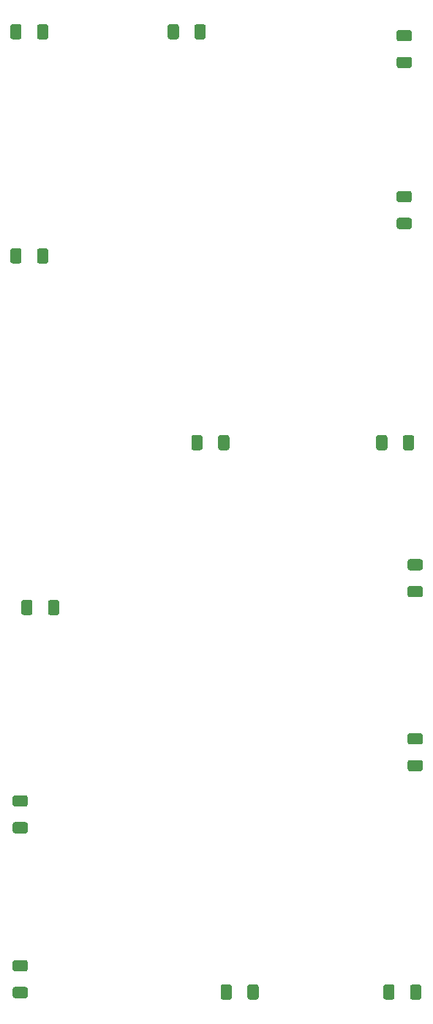
<source format=gbr>
%TF.GenerationSoftware,KiCad,Pcbnew,5.1.7-a382d34a8~87~ubuntu20.04.1*%
%TF.CreationDate,2020-10-21T09:53:45+02:00*%
%TF.ProjectId,7segment_part,37736567-6d65-46e7-945f-706172742e6b,rev?*%
%TF.SameCoordinates,Original*%
%TF.FileFunction,Paste,Top*%
%TF.FilePolarity,Positive*%
%FSLAX46Y46*%
G04 Gerber Fmt 4.6, Leading zero omitted, Abs format (unit mm)*
G04 Created by KiCad (PCBNEW 5.1.7-a382d34a8~87~ubuntu20.04.1) date 2020-10-21 09:53:45*
%MOMM*%
%LPD*%
G01*
G04 APERTURE LIST*
G04 APERTURE END LIST*
%TO.C,Rg2*%
G36*
G01*
X95875000Y-146202500D02*
X94625000Y-146202500D01*
G75*
G02*
X94375000Y-145952500I0J250000D01*
G01*
X94375000Y-145152500D01*
G75*
G02*
X94625000Y-144902500I250000J0D01*
G01*
X95875000Y-144902500D01*
G75*
G02*
X96125000Y-145152500I0J-250000D01*
G01*
X96125000Y-145952500D01*
G75*
G02*
X95875000Y-146202500I-250000J0D01*
G01*
G37*
G36*
G01*
X95875000Y-149302500D02*
X94625000Y-149302500D01*
G75*
G02*
X94375000Y-149052500I0J250000D01*
G01*
X94375000Y-148252500D01*
G75*
G02*
X94625000Y-148002500I250000J0D01*
G01*
X95875000Y-148002500D01*
G75*
G02*
X96125000Y-148252500I0J-250000D01*
G01*
X96125000Y-149052500D01*
G75*
G02*
X95875000Y-149302500I-250000J0D01*
G01*
G37*
%TD*%
%TO.C,Rg1*%
G36*
G01*
X121550000Y-149215000D02*
X121550000Y-147965000D01*
G75*
G02*
X121800000Y-147715000I250000J0D01*
G01*
X122600000Y-147715000D01*
G75*
G02*
X122850000Y-147965000I0J-250000D01*
G01*
X122850000Y-149215000D01*
G75*
G02*
X122600000Y-149465000I-250000J0D01*
G01*
X121800000Y-149465000D01*
G75*
G02*
X121550000Y-149215000I0J250000D01*
G01*
G37*
G36*
G01*
X118450000Y-149215000D02*
X118450000Y-147965000D01*
G75*
G02*
X118700000Y-147715000I250000J0D01*
G01*
X119500000Y-147715000D01*
G75*
G02*
X119750000Y-147965000I0J-250000D01*
G01*
X119750000Y-149215000D01*
G75*
G02*
X119500000Y-149465000I-250000J0D01*
G01*
X118700000Y-149465000D01*
G75*
G02*
X118450000Y-149215000I0J250000D01*
G01*
G37*
%TD*%
%TO.C,Rf2*%
G36*
G01*
X138582500Y-147965000D02*
X138582500Y-149215000D01*
G75*
G02*
X138332500Y-149465000I-250000J0D01*
G01*
X137532500Y-149465000D01*
G75*
G02*
X137282500Y-149215000I0J250000D01*
G01*
X137282500Y-147965000D01*
G75*
G02*
X137532500Y-147715000I250000J0D01*
G01*
X138332500Y-147715000D01*
G75*
G02*
X138582500Y-147965000I0J-250000D01*
G01*
G37*
G36*
G01*
X141682500Y-147965000D02*
X141682500Y-149215000D01*
G75*
G02*
X141432500Y-149465000I-250000J0D01*
G01*
X140632500Y-149465000D01*
G75*
G02*
X140382500Y-149215000I0J250000D01*
G01*
X140382500Y-147965000D01*
G75*
G02*
X140632500Y-147715000I250000J0D01*
G01*
X141432500Y-147715000D01*
G75*
G02*
X141682500Y-147965000I0J-250000D01*
G01*
G37*
%TD*%
%TO.C,Rf1*%
G36*
G01*
X141595000Y-119967500D02*
X140345000Y-119967500D01*
G75*
G02*
X140095000Y-119717500I0J250000D01*
G01*
X140095000Y-118917500D01*
G75*
G02*
X140345000Y-118667500I250000J0D01*
G01*
X141595000Y-118667500D01*
G75*
G02*
X141845000Y-118917500I0J-250000D01*
G01*
X141845000Y-119717500D01*
G75*
G02*
X141595000Y-119967500I-250000J0D01*
G01*
G37*
G36*
G01*
X141595000Y-123067500D02*
X140345000Y-123067500D01*
G75*
G02*
X140095000Y-122817500I0J250000D01*
G01*
X140095000Y-122017500D01*
G75*
G02*
X140345000Y-121767500I250000J0D01*
G01*
X141595000Y-121767500D01*
G75*
G02*
X141845000Y-122017500I0J-250000D01*
G01*
X141845000Y-122817500D01*
G75*
G02*
X141595000Y-123067500I-250000J0D01*
G01*
G37*
%TD*%
%TO.C,Re2*%
G36*
G01*
X98472500Y-104765000D02*
X98472500Y-103515000D01*
G75*
G02*
X98722500Y-103265000I250000J0D01*
G01*
X99522500Y-103265000D01*
G75*
G02*
X99772500Y-103515000I0J-250000D01*
G01*
X99772500Y-104765000D01*
G75*
G02*
X99522500Y-105015000I-250000J0D01*
G01*
X98722500Y-105015000D01*
G75*
G02*
X98472500Y-104765000I0J250000D01*
G01*
G37*
G36*
G01*
X95372500Y-104765000D02*
X95372500Y-103515000D01*
G75*
G02*
X95622500Y-103265000I250000J0D01*
G01*
X96422500Y-103265000D01*
G75*
G02*
X96672500Y-103515000I0J-250000D01*
G01*
X96672500Y-104765000D01*
G75*
G02*
X96422500Y-105015000I-250000J0D01*
G01*
X95622500Y-105015000D01*
G75*
G02*
X95372500Y-104765000I0J250000D01*
G01*
G37*
%TD*%
%TO.C,Re1*%
G36*
G01*
X94625000Y-128952500D02*
X95875000Y-128952500D01*
G75*
G02*
X96125000Y-129202500I0J-250000D01*
G01*
X96125000Y-130002500D01*
G75*
G02*
X95875000Y-130252500I-250000J0D01*
G01*
X94625000Y-130252500D01*
G75*
G02*
X94375000Y-130002500I0J250000D01*
G01*
X94375000Y-129202500D01*
G75*
G02*
X94625000Y-128952500I250000J0D01*
G01*
G37*
G36*
G01*
X94625000Y-125852500D02*
X95875000Y-125852500D01*
G75*
G02*
X96125000Y-126102500I0J-250000D01*
G01*
X96125000Y-126902500D01*
G75*
G02*
X95875000Y-127152500I-250000J0D01*
G01*
X94625000Y-127152500D01*
G75*
G02*
X94375000Y-126902500I0J250000D01*
G01*
X94375000Y-126102500D01*
G75*
G02*
X94625000Y-125852500I250000J0D01*
G01*
G37*
%TD*%
%TO.C,Rd2*%
G36*
G01*
X140345000Y-101647500D02*
X141595000Y-101647500D01*
G75*
G02*
X141845000Y-101897500I0J-250000D01*
G01*
X141845000Y-102697500D01*
G75*
G02*
X141595000Y-102947500I-250000J0D01*
G01*
X140345000Y-102947500D01*
G75*
G02*
X140095000Y-102697500I0J250000D01*
G01*
X140095000Y-101897500D01*
G75*
G02*
X140345000Y-101647500I250000J0D01*
G01*
G37*
G36*
G01*
X140345000Y-98547500D02*
X141595000Y-98547500D01*
G75*
G02*
X141845000Y-98797500I0J-250000D01*
G01*
X141845000Y-99597500D01*
G75*
G02*
X141595000Y-99847500I-250000J0D01*
G01*
X140345000Y-99847500D01*
G75*
G02*
X140095000Y-99597500I0J250000D01*
G01*
X140095000Y-98797500D01*
G75*
G02*
X140345000Y-98547500I250000J0D01*
G01*
G37*
%TD*%
%TO.C,Rd1*%
G36*
G01*
X118157500Y-85715000D02*
X118157500Y-84465000D01*
G75*
G02*
X118407500Y-84215000I250000J0D01*
G01*
X119207500Y-84215000D01*
G75*
G02*
X119457500Y-84465000I0J-250000D01*
G01*
X119457500Y-85715000D01*
G75*
G02*
X119207500Y-85965000I-250000J0D01*
G01*
X118407500Y-85965000D01*
G75*
G02*
X118157500Y-85715000I0J250000D01*
G01*
G37*
G36*
G01*
X115057500Y-85715000D02*
X115057500Y-84465000D01*
G75*
G02*
X115307500Y-84215000I250000J0D01*
G01*
X116107500Y-84215000D01*
G75*
G02*
X116357500Y-84465000I0J-250000D01*
G01*
X116357500Y-85715000D01*
G75*
G02*
X116107500Y-85965000I-250000J0D01*
G01*
X115307500Y-85965000D01*
G75*
G02*
X115057500Y-85715000I0J250000D01*
G01*
G37*
%TD*%
%TO.C,Rc2*%
G36*
G01*
X137747500Y-84465000D02*
X137747500Y-85715000D01*
G75*
G02*
X137497500Y-85965000I-250000J0D01*
G01*
X136697500Y-85965000D01*
G75*
G02*
X136447500Y-85715000I0J250000D01*
G01*
X136447500Y-84465000D01*
G75*
G02*
X136697500Y-84215000I250000J0D01*
G01*
X137497500Y-84215000D01*
G75*
G02*
X137747500Y-84465000I0J-250000D01*
G01*
G37*
G36*
G01*
X140847500Y-84465000D02*
X140847500Y-85715000D01*
G75*
G02*
X140597500Y-85965000I-250000J0D01*
G01*
X139797500Y-85965000D01*
G75*
G02*
X139547500Y-85715000I0J250000D01*
G01*
X139547500Y-84465000D01*
G75*
G02*
X139797500Y-84215000I250000J0D01*
G01*
X140597500Y-84215000D01*
G75*
G02*
X140847500Y-84465000I0J-250000D01*
G01*
G37*
%TD*%
%TO.C,Rc1*%
G36*
G01*
X140325000Y-57302500D02*
X139075000Y-57302500D01*
G75*
G02*
X138825000Y-57052500I0J250000D01*
G01*
X138825000Y-56252500D01*
G75*
G02*
X139075000Y-56002500I250000J0D01*
G01*
X140325000Y-56002500D01*
G75*
G02*
X140575000Y-56252500I0J-250000D01*
G01*
X140575000Y-57052500D01*
G75*
G02*
X140325000Y-57302500I-250000J0D01*
G01*
G37*
G36*
G01*
X140325000Y-60402500D02*
X139075000Y-60402500D01*
G75*
G02*
X138825000Y-60152500I0J250000D01*
G01*
X138825000Y-59352500D01*
G75*
G02*
X139075000Y-59102500I250000J0D01*
G01*
X140325000Y-59102500D01*
G75*
G02*
X140575000Y-59352500I0J-250000D01*
G01*
X140575000Y-60152500D01*
G75*
G02*
X140325000Y-60402500I-250000J0D01*
G01*
G37*
%TD*%
%TO.C,Rb2*%
G36*
G01*
X97202500Y-38217000D02*
X97202500Y-36967000D01*
G75*
G02*
X97452500Y-36717000I250000J0D01*
G01*
X98252500Y-36717000D01*
G75*
G02*
X98502500Y-36967000I0J-250000D01*
G01*
X98502500Y-38217000D01*
G75*
G02*
X98252500Y-38467000I-250000J0D01*
G01*
X97452500Y-38467000D01*
G75*
G02*
X97202500Y-38217000I0J250000D01*
G01*
G37*
G36*
G01*
X94102500Y-38217000D02*
X94102500Y-36967000D01*
G75*
G02*
X94352500Y-36717000I250000J0D01*
G01*
X95152500Y-36717000D01*
G75*
G02*
X95402500Y-36967000I0J-250000D01*
G01*
X95402500Y-38217000D01*
G75*
G02*
X95152500Y-38467000I-250000J0D01*
G01*
X94352500Y-38467000D01*
G75*
G02*
X94102500Y-38217000I0J250000D01*
G01*
G37*
%TD*%
%TO.C,Rb1*%
G36*
G01*
X97202500Y-64125000D02*
X97202500Y-62875000D01*
G75*
G02*
X97452500Y-62625000I250000J0D01*
G01*
X98252500Y-62625000D01*
G75*
G02*
X98502500Y-62875000I0J-250000D01*
G01*
X98502500Y-64125000D01*
G75*
G02*
X98252500Y-64375000I-250000J0D01*
G01*
X97452500Y-64375000D01*
G75*
G02*
X97202500Y-64125000I0J250000D01*
G01*
G37*
G36*
G01*
X94102500Y-64125000D02*
X94102500Y-62875000D01*
G75*
G02*
X94352500Y-62625000I250000J0D01*
G01*
X95152500Y-62625000D01*
G75*
G02*
X95402500Y-62875000I0J-250000D01*
G01*
X95402500Y-64125000D01*
G75*
G02*
X95152500Y-64375000I-250000J0D01*
G01*
X94352500Y-64375000D01*
G75*
G02*
X94102500Y-64125000I0J250000D01*
G01*
G37*
%TD*%
%TO.C,Ra2*%
G36*
G01*
X139075000Y-40487500D02*
X140325000Y-40487500D01*
G75*
G02*
X140575000Y-40737500I0J-250000D01*
G01*
X140575000Y-41537500D01*
G75*
G02*
X140325000Y-41787500I-250000J0D01*
G01*
X139075000Y-41787500D01*
G75*
G02*
X138825000Y-41537500I0J250000D01*
G01*
X138825000Y-40737500D01*
G75*
G02*
X139075000Y-40487500I250000J0D01*
G01*
G37*
G36*
G01*
X139075000Y-37387500D02*
X140325000Y-37387500D01*
G75*
G02*
X140575000Y-37637500I0J-250000D01*
G01*
X140575000Y-38437500D01*
G75*
G02*
X140325000Y-38687500I-250000J0D01*
G01*
X139075000Y-38687500D01*
G75*
G02*
X138825000Y-38437500I0J250000D01*
G01*
X138825000Y-37637500D01*
G75*
G02*
X139075000Y-37387500I250000J0D01*
G01*
G37*
%TD*%
%TO.C,Ra1*%
G36*
G01*
X113617500Y-36967000D02*
X113617500Y-38217000D01*
G75*
G02*
X113367500Y-38467000I-250000J0D01*
G01*
X112567500Y-38467000D01*
G75*
G02*
X112317500Y-38217000I0J250000D01*
G01*
X112317500Y-36967000D01*
G75*
G02*
X112567500Y-36717000I250000J0D01*
G01*
X113367500Y-36717000D01*
G75*
G02*
X113617500Y-36967000I0J-250000D01*
G01*
G37*
G36*
G01*
X116717500Y-36967000D02*
X116717500Y-38217000D01*
G75*
G02*
X116467500Y-38467000I-250000J0D01*
G01*
X115667500Y-38467000D01*
G75*
G02*
X115417500Y-38217000I0J250000D01*
G01*
X115417500Y-36967000D01*
G75*
G02*
X115667500Y-36717000I250000J0D01*
G01*
X116467500Y-36717000D01*
G75*
G02*
X116717500Y-36967000I0J-250000D01*
G01*
G37*
%TD*%
M02*

</source>
